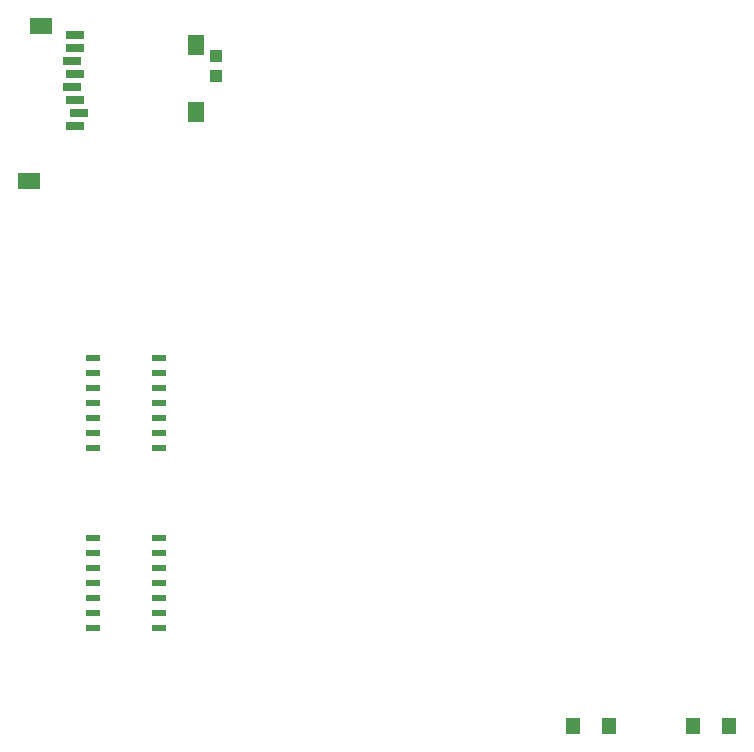
<source format=gtp>
G75*
%MOIN*%
%OFA0B0*%
%FSLAX25Y25*%
%IPPOS*%
%LPD*%
%AMOC8*
5,1,8,0,0,1.08239X$1,22.5*
%
%ADD10R,0.04724X0.05512*%
%ADD11R,0.04724X0.02362*%
%ADD12R,0.05512X0.07087*%
%ADD13R,0.07480X0.05512*%
%ADD14R,0.05906X0.03150*%
%ADD15R,0.03937X0.04331*%
D10*
X0268154Y0150000D03*
X0279966Y0150000D03*
X0308154Y0150000D03*
X0319966Y0150000D03*
D11*
X0108036Y0182500D03*
X0108036Y0187500D03*
X0108036Y0192500D03*
X0108036Y0197500D03*
X0108036Y0202500D03*
X0108036Y0207500D03*
X0108036Y0212500D03*
X0130084Y0212500D03*
X0130084Y0207500D03*
X0130084Y0202500D03*
X0130084Y0197500D03*
X0130084Y0192500D03*
X0130084Y0187500D03*
X0130084Y0182500D03*
X0130084Y0242500D03*
X0130084Y0247500D03*
X0130084Y0252500D03*
X0130084Y0257500D03*
X0130084Y0262500D03*
X0130084Y0267500D03*
X0130084Y0272500D03*
X0108036Y0272500D03*
X0108036Y0267500D03*
X0108036Y0262500D03*
X0108036Y0257500D03*
X0108036Y0252500D03*
X0108036Y0247500D03*
X0108036Y0242500D03*
D12*
X0142485Y0354488D03*
X0142485Y0376929D03*
D13*
X0090714Y0383228D03*
X0086777Y0331457D03*
D14*
X0101934Y0349803D03*
X0103509Y0354134D03*
X0101934Y0358465D03*
X0101147Y0362795D03*
X0101934Y0367126D03*
X0101147Y0371457D03*
X0101934Y0375787D03*
X0101934Y0380118D03*
D15*
X0149060Y0373346D03*
X0149060Y0366654D03*
M02*

</source>
